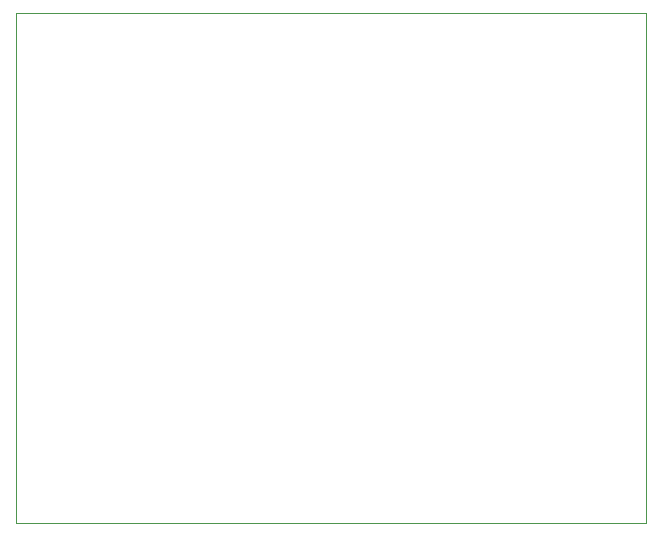
<source format=gbr>
G04 #@! TF.GenerationSoftware,KiCad,Pcbnew,5.99.0-unknown-r17607-a0698723*
G04 #@! TF.CreationDate,2020-04-13T08:25:32-05:00*
G04 #@! TF.ProjectId,pcb_smd,7063625f-736d-4642-9e6b-696361645f70,rev?*
G04 #@! TF.SameCoordinates,Original*
G04 #@! TF.FileFunction,Profile,NP*
%FSLAX46Y46*%
G04 Gerber Fmt 4.6, Leading zero omitted, Abs format (unit mm)*
G04 Created by KiCad (PCBNEW 5.99.0-unknown-r17607-a0698723) date 2020-04-13 08:25:32*
%MOMM*%
%LPD*%
G01*
G04 APERTURE LIST*
%ADD10C,0.050000*%
G04 APERTURE END LIST*
D10*
X119380000Y-60960000D02*
X172720000Y-60960000D01*
X119380000Y-104140000D02*
X119380000Y-60960000D01*
X172720000Y-104140000D02*
X119380000Y-104140000D01*
X172720000Y-60960000D02*
X172720000Y-104140000D01*
M02*

</source>
